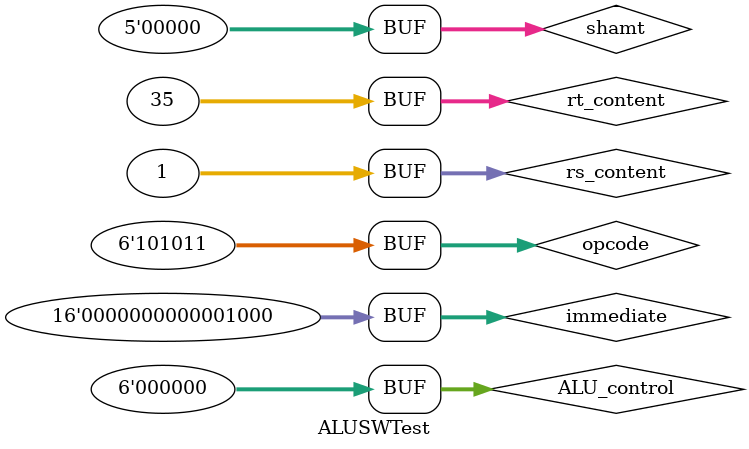
<source format=v>
`timescale 1ns / 1ps


module ALUSWTest;

	// Inputs
	reg [5:0] opcode;
	reg [31:0] rs_content;
	reg [31:0] rt_content;
	reg [4:0] shamt;
	reg [5:0] ALU_control;
	reg [15:0] immediate;

	// Outputs
	wire [31:0] ALU_result;
	wire sig_branch;

	// Instantiate the Unit Under Test (UUT)
	ALU uut (
		.ALU_result(ALU_result), 
		.sig_branch(sig_branch), 
		.opcode(opcode), 
		.rs_content(rs_content), 
		.rt_content(rt_content), 
		.shamt(shamt), 
		.ALU_control(ALU_control), 
		.immediate(immediate)
	);

	initial begin
		// Initialize Inputs
		opcode = 0;
		rs_content = 0;
		rt_content = 0;
		shamt = 0;
		ALU_control = 0;
		immediate = 0;

		// Wait 100 ns for global reset to finish
		#100;
		
		opcode = 6'b101011;
		rs_content = 15;
		rt_content = 12;
		immediate = 19;
		#100;
		
		opcode = 6'b101011;
		rs_content = 23;
		rt_content = 2;
		immediate = 14;
		#100;

		opcode = 6'b101011;
		rs_content = 1;
		rt_content = 35;
		immediate = 8;
		#100;
		
        
		// Add stimulus here

	end
      
endmodule


</source>
